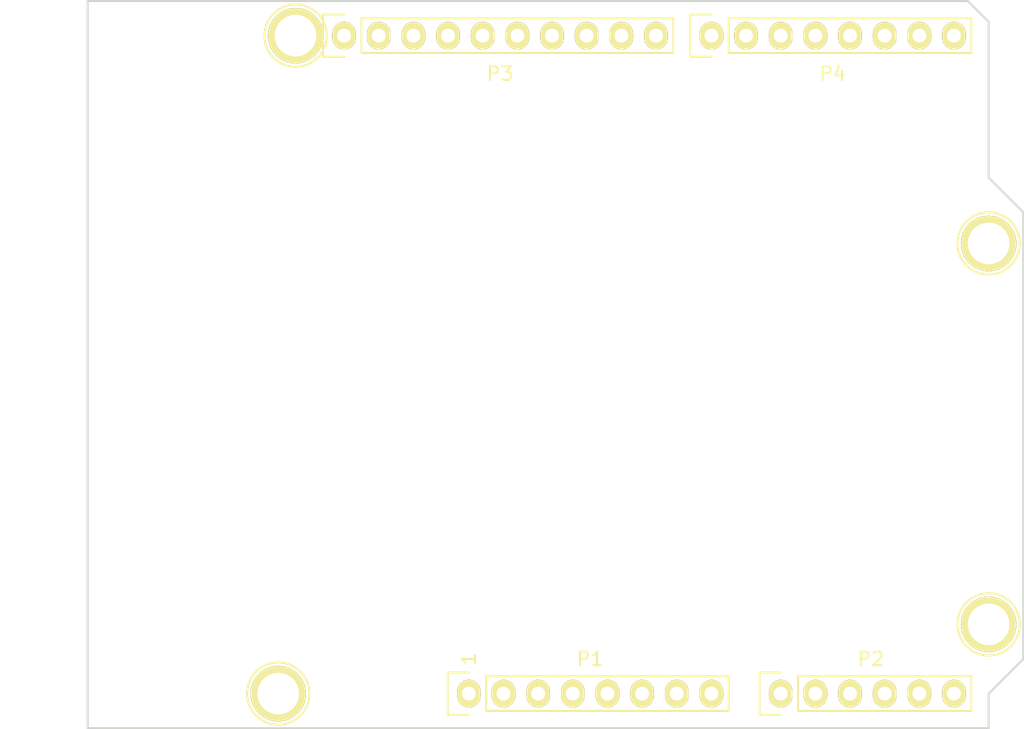
<source format=kicad_pcb>
(kicad_pcb (version 20221018) (generator pcbnew)
  (title_block (date "lun. 30 mars 2015"))
  (layers (0 "F.Cu" signal) (31 "B.Cu" signal) (34 "B.Paste" user) (35 "F.Paste" user) (36 "B.SilkS" user "B.Silkscreen") (37 "F.SilkS" user "F.Silkscreen") (38 "B.Mask" user) (39 "F.Mask" user) (44 "Edge.Cuts" user))
  (net 0 "")
  (net 1 "/IOREF")
  (net 2 "/Reset")
  (net 3 "+5V")
  (net 4 "GND")
  (net 5 "/Vin")
  (net 6 "/A0")
  (net 7 "/A1")
  (net 8 "/A2")
  (net 9 "/A3")
  (net 10 "/AREF")
  (net 11 "/A4(SDA)")
  (net 12 "/A5(SCL)")
  (net 13 "/9(**)")
  (net 14 "/8")
  (net 15 "/7")
  (net 16 "/6(**)")
  (net 17 "/5(**)")
  (net 18 "/4")
  (net 19 "/3(**)")
  (net 20 "/2")
  (net 21 "/1(Tx)")
  (net 22 "/0(Rx)")
  (net 23 "Net-(P5-Pad1)")
  (net 24 "Net-(P6-Pad1)")
  (net 25 "Net-(P7-Pad1)")
  (net 26 "Net-(P8-Pad1)")
  (net 27 "/13(SCK)")
  (net 28 "/10(**/SS)")
  (net 29 "Net-(P1-Pad1)")
  (net 30 "+3V3")
  (net 31 "/12(MISO)")
  (net 32 "/11(**/MOSI)")
  (footprint "Socket_Arduino_Uno:Socket_Strip_Arduino_1x08" (layer "F.Cu") (at 138.938 123.825)
    (fp_text reference "P1" (at 8.89 -2.54) (layer "F.SilkS"))
    (fp_text value "Power")
    (fp_line (start -1.55 -1.55) (end -1.55 1.55) (stroke (width 0.15)) (layer "F.SilkS"))
    (fp_line (start -1.55 1.55) (end 0 1.55) (stroke (width 0.15)) (layer "F.SilkS"))
    (fp_line (start 0 -1.55) (end -1.55 -1.55) (stroke (width 0.15)) (layer "F.SilkS"))
    (fp_line (start 1.27 1.27) (end 1.27 -1.27) (stroke (width 0.15)) (layer "F.SilkS"))
    (fp_line (start 1.27 1.27) (end 19.05 1.27) (stroke (width 0.15)) (layer "F.SilkS"))
    (fp_line (start 19.05 -1.27) (end 1.27 -1.27) (stroke (width 0.15)) (layer "F.SilkS"))
    (fp_line (start 19.05 1.27) (end 19.05 -1.27) (stroke (width 0.15)) (layer "F.SilkS"))
    (pad "1" thru_hole oval locked (at 0 0) (size 1.7272 2.032) (drill 1.016) (layers "*.Cu" "*.Mask" "F.SilkS") (net 29 "Net-(P1-Pad1)"))
    (pad "2" thru_hole oval locked (at 2.54 0) (size 1.7272 2.032) (drill 1.016) (layers "*.Cu" "*.Mask" "F.SilkS") (net 1 "/IOREF"))
    (pad "3" thru_hole oval locked (at 5.08 0) (size 1.7272 2.032) (drill 1.016) (layers "*.Cu" "*.Mask" "F.SilkS") (net 2 "/Reset"))
    (pad "4" thru_hole oval locked (at 7.62 0) (size 1.7272 2.032) (drill 1.016) (layers "*.Cu" "*.Mask" "F.SilkS") (net 30 "+3V3"))
    (pad "5" thru_hole oval locked (at 10.16 0) (size 1.7272 2.032) (drill 1.016) (layers "*.Cu" "*.Mask" "F.SilkS") (net 3 "+5V"))
    (pad "6" thru_hole oval locked (at 12.7 0) (size 1.7272 2.032) (drill 1.016) (layers "*.Cu" "*.Mask" "F.SilkS") (net 4 "GND"))
    (pad "7" thru_hole oval locked (at 15.24 0) (size 1.7272 2.032) (drill 1.016) (layers "*.Cu" "*.Mask" "F.SilkS") (net 4 "GND"))
    (pad "8" thru_hole oval locked (at 17.78 0) (size 1.7272 2.032) (drill 1.016) (layers "*.Cu" "*.Mask" "F.SilkS") (net 5 "/Vin"))
  )
  (footprint "Socket_Arduino_Uno:Socket_Strip_Arduino_1x06" (layer "F.Cu") (at 161.798 123.825)
    (fp_text reference "P2" (at 6.604 -2.54) (layer "F.SilkS"))
    (fp_text value "Analog")
    (fp_line (start -1.55 -1.55) (end -1.55 1.55) (stroke (width 0.15)) (layer "F.SilkS"))
    (fp_line (start -1.55 1.55) (end 0 1.55) (stroke (width 0.15)) (layer "F.SilkS"))
    (fp_line (start 0 -1.55) (end -1.55 -1.55) (stroke (width 0.15)) (layer "F.SilkS"))
    (fp_line (start 1.27 1.27) (end 1.27 -1.27) (stroke (width 0.15)) (layer "F.SilkS"))
    (fp_line (start 1.27 1.27) (end 13.97 1.27) (stroke (width 0.15)) (layer "F.SilkS"))
    (fp_line (start 13.97 -1.27) (end 1.27 -1.27) (stroke (width 0.15)) (layer "F.SilkS"))
    (fp_line (start 13.97 1.27) (end 13.97 -1.27) (stroke (width 0.15)) (layer "F.SilkS"))
    (pad "1" thru_hole oval locked (at 0 0) (size 1.7272 2.032) (drill 1.016) (layers "*.Cu" "*.Mask" "F.SilkS") (net 6 "/A0"))
    (pad "2" thru_hole oval locked (at 2.54 0) (size 1.7272 2.032) (drill 1.016) (layers "*.Cu" "*.Mask" "F.SilkS") (net 7 "/A1"))
    (pad "3" thru_hole oval locked (at 5.08 0) (size 1.7272 2.032) (drill 1.016) (layers "*.Cu" "*.Mask" "F.SilkS") (net 8 "/A2"))
    (pad "4" thru_hole oval locked (at 7.62 0) (size 1.7272 2.032) (drill 1.016) (layers "*.Cu" "*.Mask" "F.SilkS") (net 9 "/A3"))
    (pad "5" thru_hole oval locked (at 10.16 0) (size 1.7272 2.032) (drill 1.016) (layers "*.Cu" "*.Mask" "F.SilkS") (net 11 "/A4(SDA)"))
    (pad "6" thru_hole oval locked (at 12.7 0) (size 1.7272 2.032) (drill 1.016) (layers "*.Cu" "*.Mask" "F.SilkS") (net 12 "/A5(SCL)"))
  )
  (footprint "Socket_Arduino_Uno:Socket_Strip_Arduino_1x10" (layer "F.Cu") (at 129.794 75.565)
    (fp_text reference "P3" (at 11.43 2.794) (layer "F.SilkS"))
    (fp_text value "Digital")
    (fp_line (start -1.55 -1.55) (end -1.55 1.55) (stroke (width 0.15)) (layer "F.SilkS"))
    (fp_line (start -1.55 1.55) (end 0 1.55) (stroke (width 0.15)) (layer "F.SilkS"))
    (fp_line (start 0 -1.55) (end -1.55 -1.55) (stroke (width 0.15)) (layer "F.SilkS"))
    (fp_line (start 1.27 1.27) (end 1.27 -1.27) (stroke (width 0.15)) (layer "F.SilkS"))
    (fp_line (start 1.27 1.27) (end 24.13 1.27) (stroke (width 0.15)) (layer "F.SilkS"))
    (fp_line (start 24.13 -1.27) (end 1.27 -1.27) (stroke (width 0.15)) (layer "F.SilkS"))
    (fp_line (start 24.13 1.27) (end 24.13 -1.27) (stroke (width 0.15)) (layer "F.SilkS"))
    (pad "1" thru_hole oval locked (at 0 0) (size 1.7272 2.032) (drill 1.016) (layers "*.Cu" "*.Mask" "F.SilkS") (net 12 "/A5(SCL)"))
    (pad "2" thru_hole oval locked (at 2.54 0) (size 1.7272 2.032) (drill 1.016) (layers "*.Cu" "*.Mask" "F.SilkS") (net 11 "/A4(SDA)"))
    (pad "3" thru_hole oval locked (at 5.08 0) (size 1.7272 2.032) (drill 1.016) (layers "*.Cu" "*.Mask" "F.SilkS") (net 10 "/AREF"))
    (pad "4" thru_hole oval locked (at 7.62 0) (size 1.7272 2.032) (drill 1.016) (layers "*.Cu" "*.Mask" "F.SilkS") (net 4 "GND"))
    (pad "5" thru_hole oval locked (at 10.16 0) (size 1.7272 2.032) (drill 1.016) (layers "*.Cu" "*.Mask" "F.SilkS") (net 27 "/13(SCK)"))
    (pad "6" thru_hole oval locked (at 12.7 0) (size 1.7272 2.032) (drill 1.016) (layers "*.Cu" "*.Mask" "F.SilkS") (net 31 "/12(MISO)"))
    (pad "7" thru_hole oval locked (at 15.24 0) (size 1.7272 2.032) (drill 1.016) (layers "*.Cu" "*.Mask" "F.SilkS") (net 32 "/11(**/MOSI)"))
    (pad "8" thru_hole oval locked (at 17.78 0) (size 1.7272 2.032) (drill 1.016) (layers "*.Cu" "*.Mask" "F.SilkS") (net 28 "/10(**/SS)"))
    (pad "9" thru_hole oval locked (at 20.32 0) (size 1.7272 2.032) (drill 1.016) (layers "*.Cu" "*.Mask" "F.SilkS") (net 13 "/9(**)"))
    (pad "10" thru_hole oval locked (at 22.86 0) (size 1.7272 2.032) (drill 1.016) (layers "*.Cu" "*.Mask" "F.SilkS") (net 14 "/8"))
  )
  (footprint "Socket_Arduino_Uno:Socket_Strip_Arduino_1x08" (layer "F.Cu") (at 156.718 75.565)
    (fp_text reference "P4" (at 8.89 2.794) (layer "F.SilkS"))
    (fp_text value "Digital")
    (fp_line (start -1.55 -1.55) (end -1.55 1.55) (stroke (width 0.15)) (layer "F.SilkS"))
    (fp_line (start -1.55 1.55) (end 0 1.55) (stroke (width 0.15)) (layer "F.SilkS"))
    (fp_line (start 0 -1.55) (end -1.55 -1.55) (stroke (width 0.15)) (layer "F.SilkS"))
    (fp_line (start 1.27 1.27) (end 1.27 -1.27) (stroke (width 0.15)) (layer "F.SilkS"))
    (fp_line (start 1.27 1.27) (end 19.05 1.27) (stroke (width 0.15)) (layer "F.SilkS"))
    (fp_line (start 19.05 -1.27) (end 1.27 -1.27) (stroke (width 0.15)) (layer "F.SilkS"))
    (fp_line (start 19.05 1.27) (end 19.05 -1.27) (stroke (width 0.15)) (layer "F.SilkS"))
    (pad "1" thru_hole oval locked (at 0 0) (size 1.7272 2.032) (drill 1.016) (layers "*.Cu" "*.Mask" "F.SilkS") (net 15 "/7"))
    (pad "2" thru_hole oval locked (at 2.54 0) (size 1.7272 2.032) (drill 1.016) (layers "*.Cu" "*.Mask" "F.SilkS") (net 16 "/6(**)"))
    (pad "3" thru_hole oval locked (at 5.08 0) (size 1.7272 2.032) (drill 1.016) (layers "*.Cu" "*.Mask" "F.SilkS") (net 17 "/5(**)"))
    (pad "4" thru_hole oval locked (at 7.62 0) (size 1.7272 2.032) (drill 1.016) (layers "*.Cu" "*.Mask" "F.SilkS") (net 18 "/4"))
    (pad "5" thru_hole oval locked (at 10.16 0) (size 1.7272 2.032) (drill 1.016) (layers "*.Cu" "*.Mask" "F.SilkS") (net 19 "/3(**)"))
    (pad "6" thru_hole oval locked (at 12.7 0) (size 1.7272 2.032) (drill 1.016) (layers "*.Cu" "*.Mask" "F.SilkS") (net 20 "/2"))
    (pad "7" thru_hole oval locked (at 15.24 0) (size 1.7272 2.032) (drill 1.016) (layers "*.Cu" "*.Mask" "F.SilkS") (net 21 "/1(Tx)"))
    (pad "8" thru_hole oval locked (at 17.78 0) (size 1.7272 2.032) (drill 1.016) (layers "*.Cu" "*.Mask" "F.SilkS") (net 22 "/0(Rx)"))
  )
  (footprint "Socket_Arduino_Uno:Arduino_1pin" (layer "F.Cu") (at 124.968 123.825)
    (fp_text reference "P5" hide)
    (fp_text value "CONN_01X01" hide)
    (fp_circle (center 0 0) (end 0 -2.286) (stroke (width 0.15)) (fill none) (layer "F.SilkS"))
    (pad "1" thru_hole circle locked (at 0 0) (size 4.064 4.064) (drill 3.048) (layers "*.Cu" "*.Mask" "F.SilkS") (net 23 "Net-(P5-Pad1)"))
  )
  (footprint "Socket_Arduino_Uno:Arduino_1pin" (layer "F.Cu") (at 177.038 118.745)
    (fp_text reference "P6" hide)
    (fp_text value "CONN_01X01" hide)
    (fp_circle (center 0 0) (end 0 -2.286) (stroke (width 0.15)) (fill none) (layer "F.SilkS"))
    (pad "1" thru_hole circle locked (at 0 0) (size 4.064 4.064) (drill 3.048) (layers "*.Cu" "*.Mask" "F.SilkS") (net 24 "Net-(P6-Pad1)"))
  )
  (footprint "Socket_Arduino_Uno:Arduino_1pin" (layer "F.Cu") (at 126.238 75.565)
    (fp_text reference "P7" hide)
    (fp_text value "CONN_01X01" hide)
    (fp_circle (center 0 0) (end 0 -2.286) (stroke (width 0.15)) (fill none) (layer "F.SilkS"))
    (pad "1" thru_hole circle locked (at 0 0) (size 4.064 4.064) (drill 3.048) (layers "*.Cu" "*.Mask" "F.SilkS") (net 25 "Net-(P7-Pad1)"))
  )
  (footprint "Socket_Arduino_Uno:Arduino_1pin" (layer "F.Cu") (at 177.038 90.805)
    (fp_text reference "P8" hide)
    (fp_text value "CONN_01X01" hide)
    (fp_circle (center 0 0) (end 0 -2.286) (stroke (width 0.15)) (fill none) (layer "F.SilkS"))
    (pad "1" thru_hole circle locked (at 0 0) (size 4.064 4.064) (drill 3.048) (layers "*.Cu" "*.Mask" "F.SilkS") (net 26 "Net-(P8-Pad1)"))
  )
  (gr_line (start 179.578 88.519) (end 177.038 85.979) (stroke (width 0.15)) (layer "Edge.Cuts"))
  (gr_line (start 177.038 123.825) (end 179.578 121.285) (stroke (width 0.15)) (layer "Edge.Cuts"))
  (gr_line (start 177.038 74.549) (end 175.514 73.025) (stroke (width 0.15)) (layer "Edge.Cuts"))
  (gr_line (start 175.514 73.025) (end 110.998 73.025) (stroke (width 0.15)) (layer "Edge.Cuts"))
  (gr_line (start 179.578 121.285) (end 179.578 88.519) (stroke (width 0.15)) (layer "Edge.Cuts"))
  (gr_line (start 177.038 126.365) (end 177.038 123.825) (stroke (width 0.15)) (layer "Edge.Cuts"))
  (gr_line (start 110.998 73.025) (end 110.998 126.365) (stroke (width 0.15)) (layer "Edge.Cuts"))
  (gr_line (start 110.998 126.365) (end 177.038 126.365) (stroke (width 0.15)) (layer "Edge.Cuts"))
  (gr_line (start 177.038 85.979) (end 177.038 74.549) (stroke (width 0.15)) (layer "Edge.Cuts"))
  (gr_text "1" (at 138.938 121.285 90) (layer "F.SilkS") (effects (font (size 1 1))))
)
</source>
